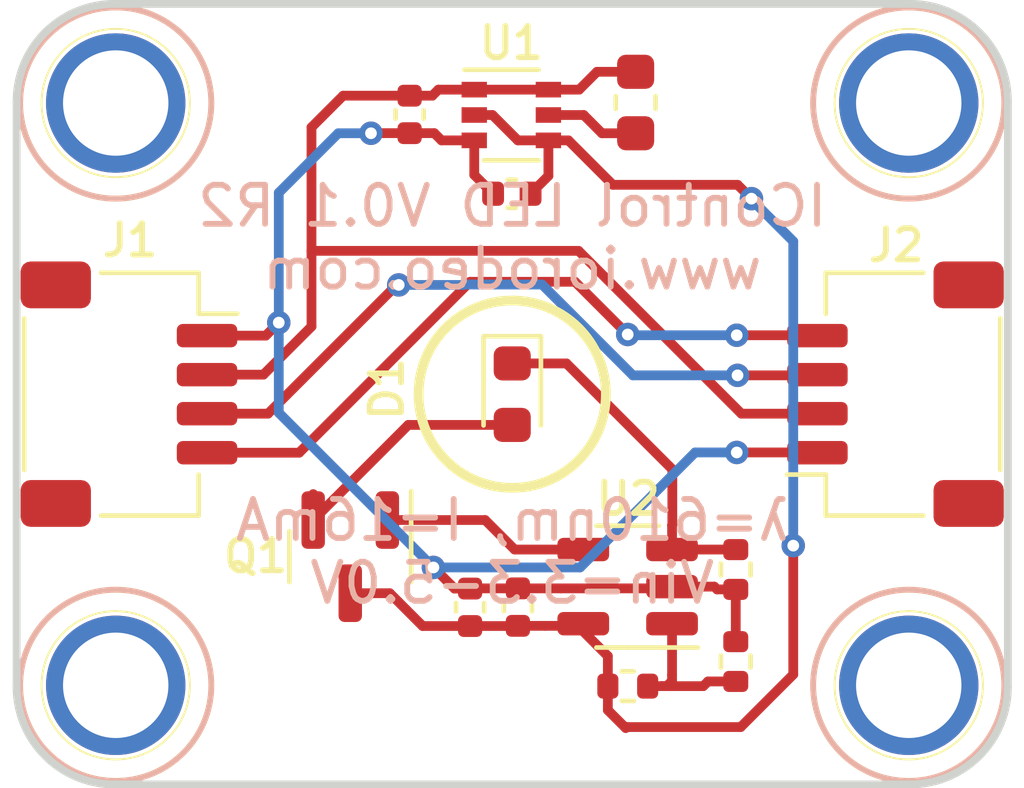
<source format=kicad_pcb>
(kicad_pcb (version 20221018) (generator pcbnew)
  (layers (0 "F.Cu" signal) (31 "B.Cu" signal) (34 "B.Paste" user) (35 "F.Paste" user) (36 "B.SilkS" user "B.Silkscreen") (37 "F.SilkS" user "F.Silkscreen") (38 "B.Mask" user) (39 "F.Mask" user) (44 "Edge.Cuts" user))
  (net 0 "")
  (net 1 "GND")
  (net 2 "/VIN")
  (net 3 "/VL")
  (net 4 "/SCL")
  (net 5 "/SDA")
  (net 6 "/5V")
  (net 7 "Net-(D1-K)")
  (net 8 "Net-(D1-A)")
  (net 9 "Net-(Q1-B)")
  (net 10 "/Vset")
  (footprint "custom_mount_hole:MountingHole_2.5mm_Pad" (layer "F.Cu") (at 52.54 52.54)
    (fp_text reference "M1" hide)
    (fp_text value "MountingHole_2.5mm_Pad" hide)
    (fp_circle (center 0 0) (end 2.45 0) (stroke (width 0.15)) (fill none) (layer "B.SilkS"))
    (fp_circle (center 0 0) (end 1.9 0) (stroke (width 0.05)) (fill none) (layer "F.SilkS"))
    (fp_circle (center 0 0) (end 2.45 0) (stroke (width 0.15)) (fill none) (layer "F.SilkS"))
    (pad "~" thru_hole circle (at 0 0) (size 3.57 3.57) (drill 2.7) (layers "*.Cu" "*.Mask"))
  )
  (footprint "custom_mount_hole:MountingHole_2.5mm_Pad" (layer "F.Cu") (at 72.86 52.54)
    (fp_text reference "M2" hide)
    (fp_text value "MountingHole_2.5mm_Pad" hide)
    (fp_circle (center 0 0) (end 2.45 0) (stroke (width 0.15)) (fill none) (layer "B.SilkS"))
    (fp_circle (center 0 0) (end 1.9 0) (stroke (width 0.05)) (fill none) (layer "F.SilkS"))
    (fp_circle (center 0 0) (end 2.45 0) (stroke (width 0.15)) (fill none) (layer "F.SilkS"))
    (pad "~" thru_hole circle (at 0 0) (size 3.57 3.57) (drill 2.7) (layers "*.Cu" "*.Mask"))
  )
  (footprint "custom_mount_hole:MountingHole_2.5mm_Pad" (layer "F.Cu") (at 72.86 67.46)
    (fp_text reference "M3" hide)
    (fp_text value "MountingHole_2.5mm_Pad" hide)
    (fp_circle (center 0 0) (end 2.45 0) (stroke (width 0.15)) (fill none) (layer "B.SilkS"))
    (fp_circle (center 0 0) (end 1.9 0) (stroke (width 0.05)) (fill none) (layer "F.SilkS"))
    (fp_circle (center 0 0) (end 2.45 0) (stroke (width 0.15)) (fill none) (layer "F.SilkS"))
    (pad "~" thru_hole circle (at 0 0) (size 3.57 3.57) (drill 2.7) (layers "*.Cu" "*.Mask"))
  )
  (footprint "custom_mount_hole:MountingHole_2.5mm_Pad" (layer "F.Cu") (at 52.54 67.46)
    (fp_text reference "M4" hide)
    (fp_text value "MountingHole_2.5mm_Pad" hide)
    (fp_circle (center 0 0) (end 2.45 0) (stroke (width 0.15)) (fill none) (layer "B.SilkS"))
    (fp_circle (center 0 0) (end 1.9 0) (stroke (width 0.05)) (fill none) (layer "F.SilkS"))
    (fp_circle (center 0 0) (end 2.45 0) (stroke (width 0.15)) (fill none) (layer "F.SilkS"))
    (pad "~" thru_hole circle (at 0 0) (size 3.57 3.57) (drill 2.7) (layers "*.Cu" "*.Mask"))
  )
  (footprint "LED_SMD:LED_0603_1608Metric" (layer "F.Cu") (at 62.7 60 -90)
    (fp_text reference "D1" (at -0.1322 3.2132 90) (layer "F.SilkS") (effects (font (size 0.8 0.8))))
    (fp_text value "LED" hide)
    (fp_line (start -1.485 -0.735) (end -1.485 0.735) (stroke (width 0.12)) (layer "F.SilkS"))
    (fp_line (start -1.485 0.735) (end 0.8 0.735) (stroke (width 0.12)) (layer "F.SilkS"))
    (fp_line (start 0.8 -0.735) (end -1.485 -0.735) (stroke (width 0.12)) (layer "F.SilkS"))
    (pad "1" smd roundrect (at -0.7875 0 270) (size 0.875 0.95) (layers "F.Cu" "F.Paste" "F.Mask") (net 7 "Net-(D1-K)"))
    (pad "2" smd roundrect (at 0.7875 0 270) (size 0.875 0.95) (layers "F.Cu" "F.Paste" "F.Mask") (net 8 "Net-(D1-A)"))
  )
  (footprint "JST_SH_SM04B_custom:JST_SH_SM04B-SRSS-TB_1x04-1MP_P1.00mm_Horizontal" (layer "F.Cu") (at 52.88 60 -90)
    (fp_text reference "J1" (at -3.9422 -0.0298) (layer "F.SilkS") (effects (font (size 0.8 0.8))))
    (fp_text value "Conn_01x04" hide)
    (fp_line (start -3.11 -1.785) (end -2.06 -1.785) (stroke (width 0.12)) (layer "F.SilkS"))
    (fp_line (start -3.11 0.715) (end -3.11 -1.785) (stroke (width 0.12)) (layer "F.SilkS"))
    (fp_line (start -2.06 -1.785) (end -2.06 -2.775) (stroke (width 0.12)) (layer "F.SilkS"))
    (fp_line (start -1.94 2.685) (end 1.94 2.685) (stroke (width 0.12)) (layer "F.SilkS"))
    (fp_line (start 3.11 -1.785) (end 2.06 -1.785) (stroke (width 0.12)) (layer "F.SilkS"))
    (fp_line (start 3.11 0.715) (end 3.11 -1.785) (stroke (width 0.12)) (layer "F.SilkS"))
    (pad "1" smd roundrect (at -1.5 -2 270) (size 0.6 1.55) (layers "F.Cu" "F.Paste" "F.Mask") (net 1 "GND"))
    (pad "2" smd roundrect (at -0.5 -2 270) (size 0.6 1.55) (layers "F.Cu" "F.Paste" "F.Mask") (net 2 "/VIN"))
    (pad "3" smd roundrect (at 0.5 -2 270) (size 0.6 1.55) (layers "F.Cu" "F.Paste" "F.Mask") (net 5 "/SDA"))
    (pad "4" smd roundrect (at 1.5 -2 270) (size 0.6 1.55) (layers "F.Cu" "F.Paste" "F.Mask") (net 4 "/SCL"))
    (pad "MP" smd roundrect (at -2.8 1.875 270) (size 1.2 1.8) (layers "F.Cu" "F.Paste" "F.Mask") (roundrect_rratio 0.2083333333))
    (pad "MP" smd roundrect (at 2.8 1.875 270) (size 1.2 1.8) (layers "F.Cu" "F.Paste" "F.Mask") (roundrect_rratio 0.2083333333))
  )
  (footprint "JST_SH_SM04B_custom:JST_SH_SM04B-SRSS-TB_1x04-1MP_P1.00mm_Horizontal" (layer "F.Cu") (at 72.52 60 90)
    (fp_text reference "J2" (at 3.8152 0.0208 180) (layer "F.SilkS") (effects (font (size 0.8 0.8))))
    (fp_text value "Conn_01x04" hide)
    (fp_line (start -3.11 -1.785) (end -2.06 -1.785) (stroke (width 0.12)) (layer "F.SilkS"))
    (fp_line (start -3.11 0.715) (end -3.11 -1.785) (stroke (width 0.12)) (layer "F.SilkS"))
    (fp_line (start -2.06 -1.785) (end -2.06 -2.775) (stroke (width 0.12)) (layer "F.SilkS"))
    (fp_line (start -1.94 2.685) (end 1.94 2.685) (stroke (width 0.12)) (layer "F.SilkS"))
    (fp_line (start 3.11 -1.785) (end 2.06 -1.785) (stroke (width 0.12)) (layer "F.SilkS"))
    (fp_line (start 3.11 0.715) (end 3.11 -1.785) (stroke (width 0.12)) (layer "F.SilkS"))
    (pad "1" smd roundrect (at -1.5 -2 90) (size 0.6 1.55) (layers "F.Cu" "F.Paste" "F.Mask") (net 1 "GND"))
    (pad "2" smd roundrect (at -0.5 -2 90) (size 0.6 1.55) (layers "F.Cu" "F.Paste" "F.Mask") (net 2 "/VIN"))
    (pad "3" smd roundrect (at 0.5 -2 90) (size 0.6 1.55) (layers "F.Cu" "F.Paste" "F.Mask") (net 5 "/SDA"))
    (pad "4" smd roundrect (at 1.5 -2 90) (size 0.6 1.55) (layers "F.Cu" "F.Paste" "F.Mask") (net 4 "/SCL"))
    (pad "MP" smd roundrect (at -2.8 1.875 90) (size 1.2 1.8) (layers "F.Cu" "F.Paste" "F.Mask") (roundrect_rratio 0.2083333333))
    (pad "MP" smd roundrect (at 2.8 1.875 90) (size 1.2 1.8) (layers "F.Cu" "F.Paste" "F.Mask") (roundrect_rratio 0.2083333333))
  )
  (footprint "Resistor_SMD:R_0402_1005Metric" (layer "F.Cu") (at 68.4276 64.4926 -90)
    (fp_text reference "R1" hide)
    (fp_text value "10" hide)
    (fp_line (start -0.153641 -0.38) (end 0.153641 -0.38) (stroke (width 0.12)) (layer "F.SilkS"))
    (fp_line (start -0.153641 0.38) (end 0.153641 0.38) (stroke (width 0.12)) (layer "F.SilkS"))
    (pad "1" smd roundrect (at -0.51 0 270) (size 0.54 0.64) (layers "F.Cu" "F.Paste" "F.Mask") (net 7 "Net-(D1-K)"))
    (pad "2" smd roundrect (at 0.51 0 270) (size 0.54 0.64) (layers "F.Cu" "F.Paste" "F.Mask") (net 1 "GND"))
  )
  (footprint "Package_TO_SOT_SMD:SOT-23-5" (layer "F.Cu") (at 65.6577 64.931 180)
    (fp_text reference "U2" (at -0.0125 2.25) (layer "F.SilkS") (effects (font (size 0.8 0.8) (thickness 0.15) bold)))
    (fp_text value "LMV321")
    (fp_line (start 0 -1.56) (end -1.8 -1.56) (stroke (width 0.12)) (layer "F.SilkS"))
    (fp_line (start 0 -1.56) (end 0.8 -1.56) (stroke (width 0.12)) (layer "F.SilkS"))
    (fp_line (start 0 1.56) (end -0.8 1.56) (stroke (width 0.12)) (layer "F.SilkS"))
    (fp_line (start 0 1.56) (end 0.8 1.56) (stroke (width 0.12)) (layer "F.SilkS"))
    (pad "1" smd roundrect (at -1.1375 -0.95 180) (size 1.325 0.6) (layers "F.Cu" "F.Paste" "F.Mask") (net 10 "/Vset"))
    (pad "2" smd roundrect (at -1.1375 0 180) (size 1.325 0.6) (layers "F.Cu" "F.Paste" "F.Mask") (net 1 "GND"))
    (pad "3" smd roundrect (at -1.1375 0.95 180) (size 1.325 0.6) (layers "F.Cu" "F.Paste" "F.Mask") (net 7 "Net-(D1-K)"))
    (pad "4" smd roundrect (at 1.1375 0.95 180) (size 1.325 0.6) (layers "F.Cu" "F.Paste" "F.Mask") (net 9 "Net-(Q1-B)"))
    (pad "5" smd roundrect (at 1.1375 -0.95 180) (size 1.325 0.6) (layers "F.Cu" "F.Paste" "F.Mask") (net 6 "/5V"))
  )
  (footprint "Capacitor_SMD:C_0402_1005Metric" (layer "F.Cu") (at 62.8452 65.456 90)
    (fp_text reference "C3" hide)
    (fp_text value "0.1uF" hide)
    (fp_line (start -0.107836 -0.36) (end 0.107836 -0.36) (stroke (width 0.12)) (layer "F.SilkS"))
    (fp_line (start -0.107836 0.36) (end 0.107836 0.36) (stroke (width 0.12)) (layer "F.SilkS"))
    (pad "1" smd roundrect (at -0.48 0 90) (size 0.56 0.62) (layers "F.Cu" "F.Paste" "F.Mask") (net 6 "/5V"))
    (pad "2" smd roundrect (at 0.48 0 90) (size 0.56 0.62) (layers "F.Cu" "F.Paste" "F.Mask") (net 1 "GND"))
  )
  (footprint "Resistor_SMD:R_0402_1005Metric" (layer "F.Cu") (at 68.4276 66.8508 90)
    (fp_text reference "R3" hide)
    (fp_text value "1k" hide)
    (fp_line (start -0.153641 -0.38) (end 0.153641 -0.38) (stroke (width 0.12)) (layer "F.SilkS"))
    (fp_line (start -0.153641 0.38) (end 0.153641 0.38) (stroke (width 0.12)) (layer "F.SilkS"))
    (pad "1" smd roundrect (at -0.51 0 90) (size 0.54 0.64) (layers "F.Cu" "F.Paste" "F.Mask") (net 10 "/Vset"))
    (pad "2" smd roundrect (at 0.51 0 90) (size 0.54 0.64) (layers "F.Cu" "F.Paste" "F.Mask") (net 1 "GND"))
  )
  (footprint "Inductor_SMD:L_0603_1608Metric" (layer "F.Cu") (at 65.8622 52.5272 -90)
    (fp_text reference "L1" hide)
    (fp_text value "4.7uF" hide)
    (fp_line (start -0.162779 -0.51) (end 0.162779 -0.51) (stroke (width 0.12)) (layer "F.SilkS"))
    (fp_line (start -0.162779 0.51) (end 0.162779 0.51) (stroke (width 0.12)) (layer "F.SilkS"))
    (pad "1" smd roundrect (at -0.7875 0 270) (size 0.875 0.95) (layers "F.Cu" "F.Paste" "F.Mask") (net 2 "/VIN"))
    (pad "2" smd roundrect (at 0.7875 0 270) (size 0.875 0.95) (layers "F.Cu" "F.Paste" "F.Mask") (net 3 "/VL"))
  )
  (footprint "Resistor_SMD:R_0402_1005Metric" (layer "F.Cu") (at 65.6602 67.481)
    (fp_text reference "R2" hide)
    (fp_text value "30k" hide)
    (fp_line (start -0.153641 -0.38) (end 0.153641 -0.38) (stroke (width 0.12)) (layer "F.SilkS"))
    (fp_line (start -0.153641 0.38) (end 0.153641 0.38) (stroke (width 0.12)) (layer "F.SilkS"))
    (pad "1" smd roundrect (at -0.51 0) (size 0.54 0.64) (layers "F.Cu" "F.Paste" "F.Mask") (net 6 "/5V"))
    (pad "2" smd roundrect (at 0.51 0) (size 0.54 0.64) (layers "F.Cu" "F.Paste" "F.Mask") (net 10 "/Vset"))
  )
  (footprint "Capacitor_SMD:C_0402_1005Metric" (layer "F.Cu") (at 60.071 52.832 90)
    (fp_text reference "C1" hide)
    (fp_text value "10uF" hide)
    (fp_line (start -0.107836 -0.36) (end 0.107836 -0.36) (stroke (width 0.12)) (layer "F.SilkS"))
    (fp_line (start -0.107836 0.36) (end 0.107836 0.36) (stroke (width 0.12)) (layer "F.SilkS"))
    (pad "1" smd roundrect (at -0.48 0 90) (size 0.56 0.62) (layers "F.Cu" "F.Paste" "F.Mask") (net 1 "GND"))
    (pad "2" smd roundrect (at 0.48 0 90) (size 0.56 0.62) (layers "F.Cu" "F.Paste" "F.Mask") (net 2 "/VIN"))
  )
  (footprint "Package_TO_SOT_SMD:SOT-363_SC-70-6" (layer "F.Cu") (at 62.677 52.847)
    (fp_text reference "U1" (at 0 -1.8438) (layer "F.SilkS") (effects (font (size 0.8 0.8))))
    (fp_text value "TPS61222DCK" hide)
    (fp_line (start -0.7 1.16) (end 0.7 1.16) (stroke (width 0.12)) (layer "F.SilkS"))
    (fp_line (start 0.7 -1.16) (end -1.2 -1.16) (stroke (width 0.12)) (layer "F.SilkS"))
    (pad "1" smd rect (at -0.95 -0.65) (size 0.65 0.4) (layers "F.Cu" "F.Paste" "F.Mask") (net 2 "/VIN"))
    (pad "2" smd rect (at -0.95 0) (size 0.65 0.4) (layers "F.Cu" "F.Paste" "F.Mask") (net 6 "/5V"))
    (pad "3" smd rect (at -0.95 0.65) (size 0.65 0.4) (layers "F.Cu" "F.Paste" "F.Mask") (net 1 "GND"))
    (pad "4" smd rect (at 0.95 0.65) (size 0.65 0.4) (layers "F.Cu" "F.Paste" "F.Mask") (net 6 "/5V"))
    (pad "5" smd rect (at 0.95 0) (size 0.65 0.4) (layers "F.Cu" "F.Paste" "F.Mask") (net 3 "/VL"))
    (pad "6" smd rect (at 0.95 -0.65) (size 0.65 0.4) (layers "F.Cu" "F.Paste" "F.Mask") (net 2 "/VIN"))
  )
  (footprint "Capacitor_SMD:C_0402_1005Metric" (layer "F.Cu") (at 61.6202 65.461 90)
    (fp_text reference "C4" hide)
    (fp_text value "10uF" hide)
    (fp_line (start -0.107836 -0.36) (end 0.107836 -0.36) (stroke (width 0.12)) (layer "F.SilkS"))
    (fp_line (start -0.107836 0.36) (end 0.107836 0.36) (stroke (width 0.12)) (layer "F.SilkS"))
    (pad "1" smd roundrect (at -0.48 0 90) (size 0.56 0.62) (layers "F.Cu" "F.Paste" "F.Mask") (net 6 "/5V"))
    (pad "2" smd roundrect (at 0.48 0 90) (size 0.56 0.62) (layers "F.Cu" "F.Paste" "F.Mask") (net 1 "GND"))
  )
  (footprint "Package_TO_SOT_SMD:SOT-23" (layer "F.Cu") (at 58.55 64.1625 -90)
    (fp_text reference "Q1" (at -0.0125 2.425 -180) (layer "F.SilkS") (effects (font (size 0.8 0.8) (thickness 0.15) bold)))
    (fp_text value "MMBT5551L" hide)
    (fp_line (start 0 -1.56) (end -1.675 -1.56) (stroke (width 0.12)) (layer "F.SilkS"))
    (fp_line (start 0 -1.56) (end 0.65 -1.56) (stroke (width 0.12)) (layer "F.SilkS"))
    (fp_line (start 0 1.56) (end -0.65 1.56) (stroke (width 0.12)) (layer "F.SilkS"))
    (fp_line (start 0 1.56) (end 0.65 1.56) (stroke (width 0.12)) (layer "F.SilkS"))
    (pad "1" smd roundrect (at -0.9375 -0.95 270) (size 1.475 0.6) (layers "F.Cu" "F.Paste" "F.Mask") (net 9 "Net-(Q1-B)"))
    (pad "2" smd roundrect (at -0.9375 0.95 270) (size 1.475 0.6) (layers "F.Cu" "F.Paste" "F.Mask") (net 8 "Net-(D1-A)"))
    (pad "3" smd roundrect (at 0.9375 0 270) (size 1.475 0.6) (layers "F.Cu" "F.Paste" "F.Mask") (net 6 "/5V"))
  )
  (footprint "Capacitor_SMD:C_0402_1005Metric" (layer "F.Cu") (at 62.6898 54.864)
    (fp_text reference "C2" hide)
    (fp_text value "10uF" hide)
    (fp_line (start -0.107836 -0.36) (end 0.107836 -0.36) (stroke (width 0.12)) (layer "F.SilkS"))
    (fp_line (start -0.107836 0.36) (end 0.107836 0.36) (stroke (width 0.12)) (layer "F.SilkS"))
    (pad "1" smd roundrect (at -0.48 0) (size 0.56 0.62) (layers "F.Cu" "F.Paste" "F.Mask") (net 1 "GND"))
    (pad "2" smd roundrect (at 0.48 0) (size 0.56 0.62) (layers "F.Cu" "F.Paste" "F.Mask") (net 6 "/5V"))
  )
  (gr_circle (center 62.7 60) (end 65.1 60) (stroke (width 0.25)) (fill none) (layer "F.SilkS"))
  (gr_arc (start 72.9 50) (mid 74.667767 50.732233) (end 75.4 52.5) (stroke (width 0.2)) (layer "Edge.Cuts"))
  (gr_arc (start 52.5 70) (mid 50.732233 69.267767) (end 50 67.5) (stroke (width 0.2)) (layer "Edge.Cuts"))
  (gr_line (start 52.5 50) (end 72.9 50) (stroke (width 0.2)) (layer "Edge.Cuts"))
  (gr_arc (start 50 52.5) (mid 50.732233 50.732233) (end 52.5 50) (stroke (width 0.2)) (layer "Edge.Cuts"))
  (gr_arc (start 75.4 67.5) (mid 74.667767 69.267767) (end 72.9 70) (stroke (width 0.2)) (layer "Edge.Cuts"))
  (gr_line (start 50 52.5) (end 50 67.5) (stroke (width 0.2)) (layer "Edge.Cuts"))
  (gr_line (start 52.5 70) (end 72.9 70) (stroke (width 0.2)) (layer "Edge.Cuts"))
  (gr_line (start 75.4 52.5) (end 75.4 67.5) (stroke (width 0.2)) (layer "Edge.Cuts"))
  (gr_text "IControl LED V0.1 R2\nwww.iorodeo.com\n\n\n\nλ=610nm, I=16mA\nVin=3.3-5.0V" (at 62.7 60.01) (layer "B.SilkS") (effects (font (size 1 1)) (justify mirror)))
  (segment (start 61.2218 64.981) (end 60.6806 64.4398) (width 0.25) (layer "F.Cu") (net 1))
  (segment (start 68.4276 65.0026) (end 68.4276 66.3408) (width 0.25) (layer "F.Cu") (net 1))
  (segment (start 60.071 53.312) (end 60.7034 53.312) (width 0.25) (layer "F.Cu") (net 1))
  (segment (start 60.7034 53.312) (end 60.8884 53.497) (width 0.25) (layer "F.Cu") (net 1))
  (segment (start 62.8452 64.976) (end 61.6252 64.976) (width 0.25) (layer "F.Cu") (net 1))
  (segment (start 68.4276 65.0026) (end 67.949 65.0026) (width 0.25) (layer "F.Cu") (net 1))
  (segment (start 70.3134 61.4934) (end 70.32 61.5) (width 0.25) (layer "F.Cu") (net 1))
  (segment (start 62.8452 64.976) (end 63.9452 64.976) (width 0.25) (layer "F.Cu") (net 1))
  (segment (start 67.949 65.0026) (end 67.8774 64.931) (width 0.25) (layer "F.Cu") (net 1))
  (segment (start 68.453 61.4934) (end 70.4134 61.4934) (width 0.25) (layer "F.Cu") (net 1))
  (segment (start 59.083 53.312) (end 59.0804 53.3146) (width 0.25) (layer "F.Cu") (net 1))
  (segment (start 56.3842 58.5) (end 54.98 58.5) (width 0.25) (layer "F.Cu") (net 1))
  (segment (start 70.4134 61.4934) (end 70.42 61.5) (width 0.25) (layer "F.Cu") (net 1))
  (segment (start 56.3842 58.5) (end 56.7182 58.166) (width 0.25) (layer "F.Cu") (net 1))
  (segment (start 70.7684 61.4934) (end 70.775 61.5) (width 0.25) (layer "F.Cu") (net 1))
  (segment (start 70.3634 61.4934) (end 70.37 61.5) (width 0.25) (layer "F.Cu") (net 1))
  (segment (start 61.727 54.3812) (end 62.2098 54.864) (width 0.25) (layer "F.Cu") (net 1))
  (segment (start 61.6202 64.981) (end 61.2218 64.981) (width 0.25) (layer "F.Cu") (net 1))
  (segment (start 66.7502 64.976) (end 66.7952 64.931) (width 0.25) (layer "F.Cu") (net 1))
  (segment (start 60.8884 53.497) (end 61.727 53.497) (width 0.25) (layer "F.Cu") (net 1))
  (segment (start 67.8774 64.931) (end 66.7952 64.931) (width 0.25) (layer "F.Cu") (net 1))
  (segment (start 60.071 53.312) (end 59.083 53.312) (width 0.25) (layer "F.Cu") (net 1))
  (segment (start 61.727 53.497) (end 61.727 54.3812) (width 0.25) (layer "F.Cu") (net 1))
  (segment (start 63.9452 64.976) (end 66.7502 64.976) (width 0.25) (layer "F.Cu") (net 1))
  (segment (start 61.6252 64.976) (end 61.6202 64.981) (width 0.25) (layer "F.Cu") (net 1))
  (via (at 60.6806 64.4398) (size 0.6) (drill 0.3) (layers "F.Cu" "B.Cu") (net 1))
  (via (at 56.7182 58.166) (size 0.6) (drill 0.3) (layers "F.Cu" "B.Cu") (net 1))
  (via (at 59.0804 53.3146) (size 0.6) (drill 0.3) (layers "F.Cu" "B.Cu") (net 1))
  (via (at 68.453 61.4934) (size 0.6) (drill 0.3) (layers "F.Cu" "B.Cu") (net 1))
  (segment (start 67.3862 61.4934) (end 68.453 61.4934) (width 0.25) (layer "B.Cu") (net 1))
  (segment (start 56.7182 54.8386) (end 58.2422 53.3146) (width 0.25) (layer "B.Cu") (net 1))
  (segment (start 60.6806 64.4398) (end 64.4398 64.4398) (width 0.25) (layer "B.Cu") (net 1))
  (segment (start 64.4398 64.4398) (end 67.3862 61.4934) (width 0.25) (layer "B.Cu") (net 1))
  (segment (start 56.7182 60.4774) (end 60.6806 64.4398) (width 0.25) (layer "B.Cu") (net 1))
  (segment (start 58.2422 53.3146) (end 59.0804 53.3146) (width 0.25) (layer "B.Cu") (net 1))
  (segment (start 56.7182 58.166) (end 56.7182 54.8386) (width 0.25) (layer "B.Cu") (net 1))
  (segment (start 56.7182 58.166) (end 56.7182 60.4774) (width 0.25) (layer "B.Cu") (net 1))
  (segment (start 60.6526 52.352) (end 60.8076 52.197) (width 0.25) (layer "F.Cu") (net 2))
  (segment (start 60.071 52.352) (end 60.6526 52.352) (width 0.25) (layer "F.Cu") (net 2))
  (segment (start 57.5564 53.1622) (end 58.3666 52.352) (width 0.25) (layer "F.Cu") (net 2))
  (segment (start 56.324 59.5) (end 57.5564 58.2676) (width 0.25) (layer "F.Cu") (net 2))
  (segment (start 64.8717 51.7397) (end 65.8622 51.7397) (width 0.25) (layer "F.Cu") (net 2))
  (segment (start 64.4144 52.197) (end 64.8717 51.7397) (width 0.25) (layer "F.Cu") (net 2))
  (segment (start 57.5564 56.3372) (end 57.5564 53.1622) (width 0.25) (layer "F.Cu") (net 2))
  (segment (start 57.5661 56.3275) (end 64.399584 56.3275) (width 0.25) (layer "F.Cu") (net 2))
  (segment (start 57.5564 58.2676) (end 57.5564 56.3372) (width 0.25) (layer "F.Cu") (net 2))
  (segment (start 63.627 52.197) (end 64.4144 52.197) (width 0.25) (layer "F.Cu") (net 2))
  (segment (start 57.5564 56.3372) (end 57.5661 56.3275) (width 0.25) (layer "F.Cu") (net 2))
  (segment (start 56.324 59.5) (end 54.98 59.5) (width 0.25) (layer "F.Cu") (net 2))
  (segment (start 58.3666 52.352) (end 60.071 52.352) (width 0.25) (layer "F.Cu") (net 2))
  (segment (start 64.399584 56.3275) (end 68.572084 60.5) (width 0.25) (layer "F.Cu") (net 2))
  (segment (start 68.572084 60.5) (end 70.42 60.5) (width 0.25) (layer "F.Cu") (net 2))
  (segment (start 61.727 52.197) (end 63.627 52.197) (width 0.25) (layer "F.Cu") (net 2))
  (segment (start 60.8076 52.197) (end 61.727 52.197) (width 0.25) (layer "F.Cu") (net 2))
  (segment (start 64.531 52.847) (end 63.627 52.847) (width 0.25) (layer "F.Cu") (net 3))
  (segment (start 65.8622 53.3147) (end 64.9987 53.3147) (width 0.25) (layer "F.Cu") (net 3))
  (segment (start 64.9987 53.3147) (end 64.531 52.847) (width 0.25) (layer "F.Cu") (net 3))
  (segment (start 57.24 61.5) (end 54.98 61.5) (width 0.25) (layer "F.Cu") (net 4))
  (segment (start 61.62 57.12) (end 57.24 61.5) (width 0.25) (layer "F.Cu") (net 4))
  (segment (start 68.453 58.49) (end 70.41 58.49) (width 0.25) (layer "F.Cu") (net 4))
  (segment (start 70.36 58.49) (end 70.37 58.5) (width 0.25) (layer "F.Cu") (net 4))
  (segment (start 70.41 58.49) (end 70.42 58.5) (width 0.25) (layer "F.Cu") (net 4))
  (segment (start 65.659 58.4708) (end 64.3082 57.12) (width 0.25) (layer "F.Cu") (net 4))
  (segment (start 70.31 58.49) (end 70.32 58.5) (width 0.25) (layer "F.Cu") (net 4))
  (segment (start 64.3082 57.12) (end 61.62 57.12) (width 0.25) (layer "F.Cu") (net 4))
  (via (at 68.453 58.49) (size 0.6) (drill 0.3) (layers "F.Cu" "B.Cu") (net 4))
  (via (at 65.659 58.4708) (size 0.6) (drill 0.3) (layers "F.Cu" "B.Cu") (net 4))
  (segment (start 68.453 58.49) (end 65.6782 58.49) (width 0.25) (layer "B.Cu") (net 4))
  (segment (start 65.6782 58.49) (end 65.659 58.4708) (width 0.25) (layer "B.Cu") (net 4))
  (segment (start 59.7916 57.2008) (end 59.7408 57.2008) (width 0.25) (layer "F.Cu") (net 5))
  (segment (start 68.472931 59.517669) (end 70.402331 59.517669) (width 0.25) (layer "F.Cu") (net 5))
  (segment (start 68.472931 59.517669) (end 68.4906 59.5) (width 0.25) (layer "F.Cu") (net 5))
  (segment (start 70.402331 59.517669) (end 70.42 59.5) (width 0.25) (layer "F.Cu") (net 5))
  (segment (start 59.7408 57.2008) (end 56.4416 60.5) (width 0.25) (layer "F.Cu") (net 5))
  (segment (start 56.4416 60.5) (end 54.98 60.5) (width 0.25) (layer "F.Cu") (net 5))
  (segment (start 68.472931 59.517669) (end 68.455262 59.5) (width 0.25) (layer "F.Cu") (net 5))
  (segment (start 70.352331 59.517669) (end 70.37 59.5) (width 0.25) (layer "F.Cu") (net 5))
  (via (at 59.7916 57.2008) (size 0.6) (drill 0.3) (layers "F.Cu" "B.Cu") (net 5))
  (via (at 68.472931 59.517669) (size 0.6) (drill 0.3) (layers "F.Cu" "B.Cu") (net 5))
  (segment (start 61.4492 57.2008) (end 59.7916 57.2008) (width 0.25) (layer "B.Cu") (net 5))
  (segment (start 68.472931 59.517669) (end 65.791469 59.517669) (width 0.25) (layer "B.Cu") (net 5))
  (segment (start 65.791469 59.517669) (end 63.4638 57.19) (width 0.25) (layer "B.Cu") (net 5))
  (segment (start 61.46 57.19) (end 61.4492 57.2008) (width 0.25) (layer "B.Cu") (net 5))
  (segment (start 63.4638 57.19) (end 61.46 57.19) (width 0.25) (layer "B.Cu") (net 5))
  (segment (start 63.627 54.4068) (end 63.1698 54.864) (width 0.25) (layer "F.Cu") (net 6))
  (segment (start 64.5202 65.881) (end 64.5202 66.081) (width 0.25) (layer "F.Cu") (net 6))
  (segment (start 62.8402 65.941) (end 62.8452 65.936) (width 0.25) (layer "F.Cu") (net 6))
  (segment (start 63.5452 65.936) (end 64.4652 65.936) (width 0.25) (layer "F.Cu") (net 6))
  (segment (start 61.6202 65.941) (end 60.4038 65.941) (width 0.25) (layer "F.Cu") (net 6))
  (segment (start 65.6082 68.5546) (end 65.1502 68.0966) (width 0.25) (layer "F.Cu") (net 6))
  (segment (start 58.55 65.1) (end 58.55 65.5858) (width 0.25) (layer "F.Cu") (net 6))
  (segment (start 62.8452 65.936) (end 63.5452 65.936) (width 0.25) (layer "F.Cu") (net 6))
  (segment (start 61.727 52.847) (end 62.1942 52.847) (width 0.25) (layer "F.Cu") (net 6))
  (segment (start 68.5546 68.5292) (end 65.6336 68.5292) (width 0.25) (layer "F.Cu") (net 6))
  (segment (start 65.1502 66.711) (end 65.1502 67.481) (width 0.25) (layer "F.Cu") (net 6))
  (segment (start 68.4754 54.6354) (end 68.83 54.99) (width 0.25) (layer "F.Cu") (net 6))
  (segment (start 63.627 53.497) (end 64.1396 53.497) (width 0.25) (layer "F.Cu") (net 6))
  (segment (start 65.278 54.6354) (end 68.4754 54.6354) (width 0.25) (layer "F.Cu") (net 6))
  (segment (start 62.1942 52.847) (end 62.8442 53.497) (width 0.25) (layer "F.Cu") (net 6))
  (segment (start 64.5202 66.081) (end 65.1502 66.711) (width 0.25) (layer "F.Cu") (net 6))
  (segment (start 61.6202 65.941) (end 62.8402 65.941) (width 0.25) (layer "F.Cu") (net 6))
  (segment (start 59.5628 65.1) (end 58.55 65.1) (width 0.25) (layer "F.Cu") (net 6))
  (segment (start 65.6336 68.5292) (end 65.6082 68.5546) (width 0.25) (layer "F.Cu") (net 6))
  (segment (start 63.627 53.497) (end 63.627 54.4068) (width 0.25) (layer "F.Cu") (net 6))
  (segment (start 64.1396 53.497) (end 65.278 54.6354) (width 0.25) (layer "F.Cu") (net 6))
  (segment (start 69.9008 67.183) (end 68.5546 68.5292) (width 0.25) (layer "F.Cu") (net 6))
  (segment (start 60.4038 65.941) (end 59.5628 65.1) (width 0.25) (layer "F.Cu") (net 6))
  (segment (start 69.9008 63.881) (end 69.9008 67.183) (width 0.25) (layer "F.Cu") (net 6))
  (segment (start 62.8442 53.497) (end 63.627 53.497) (width 0.25) (layer "F.Cu") (net 6))
  (segment (start 65.1502 68.0966) (end 65.1502 67.481) (width 0.25) (layer "F.Cu") (net 6))
  (segment (start 64.4652 65.936) (end 64.5202 65.881) (width 0.25) (layer "F.Cu") (net 6))
  (via (at 69.9008 63.881) (size 0.6) (drill 0.3) (layers "F.Cu" "B.Cu") (net 6))
  (via (at 68.83 54.99) (size 0.6) (drill 0.3) (layers "F.Cu" "B.Cu") (net 6))
  (segment (start 69.9008 56.0832) (end 68.83 55.0124) (width 0.25) (layer "B.Cu") (net 6))
  (segment (start 68.83 55.0124) (end 68.83 54.99) (width 0.25) (layer "B.Cu") (net 6))
  (segment (start 69.9008 63.881) (end 69.9008 56.0832) (width 0.25) (layer "B.Cu") (net 6))
  (segment (start 68.426 63.981) (end 68.4276 63.9826) (width 0.25) (layer "F.Cu") (net 7))
  (segment (start 66.802 61.9252) (end 66.802 63.3476) (width 0.25) (layer "F.Cu") (net 7))
  (segment (start 62.7 59.2125) (end 64.0893 59.2125) (width 0.25) (layer "F.Cu") (net 7))
  (segment (start 66.7952 63.981) (end 68.426 63.981) (width 0.25) (layer "F.Cu") (net 7))
  (segment (start 64.0893 59.2125) (end 66.802 61.9252) (width 0.25) (layer "F.Cu") (net 7))
  (segment (start 66.7952 63.3544) (end 66.7952 63.981) (width 0.25) (layer "F.Cu") (net 7))
  (segment (start 66.802 63.3476) (end 66.7952 63.3544) (width 0.25) (layer "F.Cu") (net 7))
  (segment (start 60.0375 60.7875) (end 62.7 60.7875) (width 0.25) (layer "F.Cu") (net 8))
  (segment (start 57.6 63.225) (end 57.6 62.56) (width 0.25) (layer "F.Cu") (net 8))
  (segment (start 57.6 63.225) (end 60.0375 60.7875) (width 0.25) (layer "F.Cu") (net 8))
  (segment (start 62.0058 63.225) (end 59.5 63.225) (width 0.25) (layer "F.Cu") (net 9))
  (segment (start 59.545 63.18) (end 59.5 63.225) (width 0.25) (layer "F.Cu") (net 9))
  (segment (start 64.5202 63.981) (end 62.7618 63.981) (width 0.25) (layer "F.Cu") (net 9))
  (segment (start 62.7618 63.981) (end 62.0058 63.225) (width 0.25) (layer "F.Cu") (net 9))
  (segment (start 66.7952 67.346) (end 66.6602 67.481) (width 0.25) (layer "F.Cu") (net 10))
  (segment (start 67.7164 67.3608) (end 68.4276 67.3608) (width 0.25) (layer "F.Cu") (net 10))
  (segment (start 66.7952 65.881) (end 66.7952 67.196) (width 0.25) (layer "F.Cu") (net 10))
  (segment (start 66.5226 67.481) (end 67.5962 67.481) (width 0.25) (layer "F.Cu") (net 10))
  (segment (start 66.5226 67.481) (end 66.1702 67.481) (width 0.25) (layer "F.Cu") (net 10))
  (segment (start 66.7952 67.196) (end 66.7952 67.346) (width 0.25) (layer "F.Cu") (net 10))
  (segment (start 66.6602 67.481) (end 66.5226 67.481) (width 0.25) (layer "F.Cu") (net 10))
  (segment (start 67.5962 67.481) (end 67.7164 67.3608) (width 0.25) (layer "F.Cu") (net 10))
)
</source>
